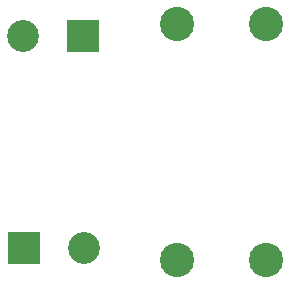
<source format=gbs>
%TF.GenerationSoftware,KiCad,Pcbnew,5.1.6-c6e7f7d~87~ubuntu18.04.1*%
%TF.CreationDate,2020-08-03T15:12:15+01:00*%
%TF.ProjectId,current_sense,63757272-656e-4745-9f73-656e73652e6b,rev?*%
%TF.SameCoordinates,Original*%
%TF.FileFunction,Soldermask,Bot*%
%TF.FilePolarity,Negative*%
%FSLAX46Y46*%
G04 Gerber Fmt 4.6, Leading zero omitted, Abs format (unit mm)*
G04 Created by KiCad (PCBNEW 5.1.6-c6e7f7d~87~ubuntu18.04.1) date 2020-08-03 15:12:15*
%MOMM*%
%LPD*%
G01*
G04 APERTURE LIST*
%ADD10C,2.900000*%
%ADD11C,2.700000*%
%ADD12R,2.700000X2.700000*%
G04 APERTURE END LIST*
D10*
%TO.C,TP4*%
X130000000Y-100000000D03*
%TD*%
%TO.C,TP3*%
X137500000Y-80000000D03*
%TD*%
%TO.C,TP2*%
X137500000Y-100000000D03*
%TD*%
%TO.C,TP1*%
X130000000Y-80000000D03*
%TD*%
D11*
%TO.C,J2*%
X122080000Y-99000000D03*
D12*
X117000000Y-99000000D03*
%TD*%
D11*
%TO.C,J1*%
X116920000Y-81000000D03*
D12*
X122000000Y-81000000D03*
%TD*%
M02*

</source>
